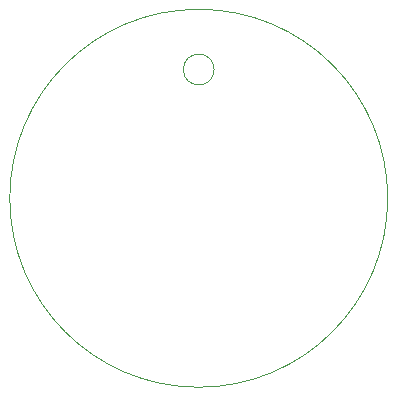
<source format=gbr>
%TF.GenerationSoftware,KiCad,Pcbnew,7.0.7*%
%TF.CreationDate,2024-03-31T22:15:49-04:00*%
%TF.ProjectId,battery_leds,62617474-6572-4795-9f6c-6564732e6b69,rev?*%
%TF.SameCoordinates,Original*%
%TF.FileFunction,Profile,NP*%
%FSLAX46Y46*%
G04 Gerber Fmt 4.6, Leading zero omitted, Abs format (unit mm)*
G04 Created by KiCad (PCBNEW 7.0.7) date 2024-03-31 22:15:49*
%MOMM*%
%LPD*%
G01*
G04 APERTURE LIST*
%TA.AperFunction,Profile*%
%ADD10C,0.050000*%
%TD*%
G04 APERTURE END LIST*
D10*
X214300000Y-82300000D02*
G75*
G03*
X214300000Y-82300000I-1300000J0D01*
G01*
X229000000Y-93200000D02*
G75*
G03*
X229000000Y-93200000I-16000000J0D01*
G01*
M02*

</source>
